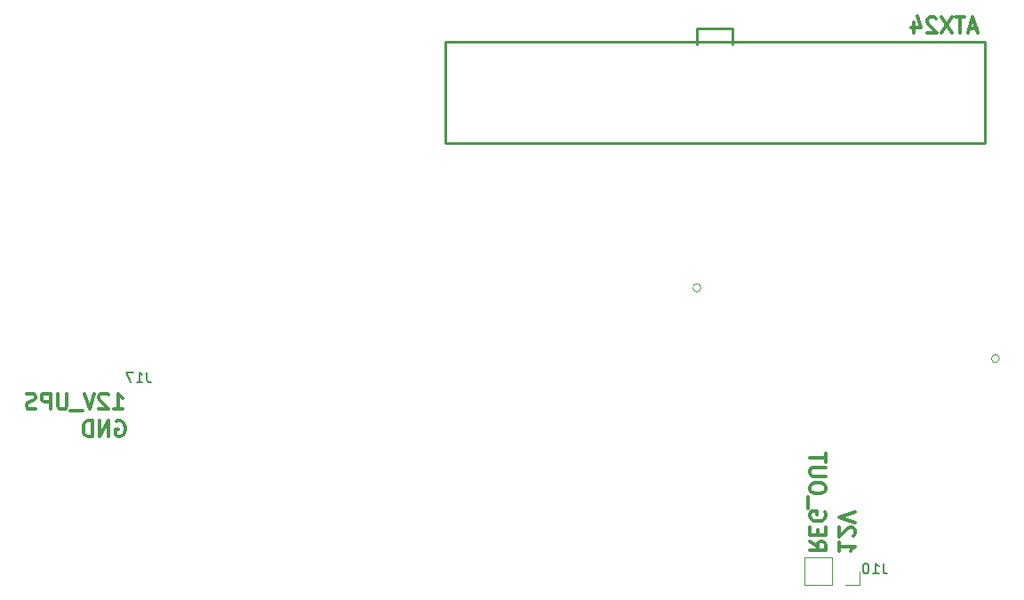
<source format=gbo>
G04 #@! TF.GenerationSoftware,KiCad,Pcbnew,(5.1.6-0-10_14)*
G04 #@! TF.CreationDate,2021-12-06T16:22:22+09:00*
G04 #@! TF.ProjectId,qPCR-main,71504352-2d6d-4616-996e-2e6b69636164,rev?*
G04 #@! TF.SameCoordinates,Original*
G04 #@! TF.FileFunction,Legend,Bot*
G04 #@! TF.FilePolarity,Positive*
%FSLAX46Y46*%
G04 Gerber Fmt 4.6, Leading zero omitted, Abs format (unit mm)*
G04 Created by KiCad (PCBNEW (5.1.6-0-10_14)) date 2021-12-06 16:22:22*
%MOMM*%
%LPD*%
G01*
G04 APERTURE LIST*
%ADD10C,0.375000*%
%ADD11C,0.120000*%
%ADD12C,0.254000*%
%ADD13C,0.150000*%
G04 APERTURE END LIST*
D10*
X173401428Y-37390000D02*
X172687142Y-37390000D01*
X173544285Y-37818571D02*
X173044285Y-36318571D01*
X172544285Y-37818571D01*
X172258571Y-36318571D02*
X171401428Y-36318571D01*
X171830000Y-37818571D02*
X171830000Y-36318571D01*
X171044285Y-36318571D02*
X170044285Y-37818571D01*
X170044285Y-36318571D02*
X171044285Y-37818571D01*
X169544285Y-36461428D02*
X169472857Y-36390000D01*
X169330000Y-36318571D01*
X168972857Y-36318571D01*
X168830000Y-36390000D01*
X168758571Y-36461428D01*
X168687142Y-36604285D01*
X168687142Y-36747142D01*
X168758571Y-36961428D01*
X169615714Y-37818571D01*
X168687142Y-37818571D01*
X167401428Y-36818571D02*
X167401428Y-37818571D01*
X167758571Y-36247142D02*
X168115714Y-37318571D01*
X167187142Y-37318571D01*
X160321428Y-86328571D02*
X160321428Y-87185714D01*
X160321428Y-86757142D02*
X161821428Y-86757142D01*
X161607142Y-86900000D01*
X161464285Y-87042857D01*
X161392857Y-87185714D01*
X161678571Y-85757142D02*
X161750000Y-85685714D01*
X161821428Y-85542857D01*
X161821428Y-85185714D01*
X161750000Y-85042857D01*
X161678571Y-84971428D01*
X161535714Y-84900000D01*
X161392857Y-84900000D01*
X161178571Y-84971428D01*
X160321428Y-85828571D01*
X160321428Y-84900000D01*
X161821428Y-84471428D02*
X160321428Y-83971428D01*
X161821428Y-83471428D01*
X91442857Y-74850000D02*
X91585714Y-74778571D01*
X91800000Y-74778571D01*
X92014285Y-74850000D01*
X92157142Y-74992857D01*
X92228571Y-75135714D01*
X92300000Y-75421428D01*
X92300000Y-75635714D01*
X92228571Y-75921428D01*
X92157142Y-76064285D01*
X92014285Y-76207142D01*
X91800000Y-76278571D01*
X91657142Y-76278571D01*
X91442857Y-76207142D01*
X91371428Y-76135714D01*
X91371428Y-75635714D01*
X91657142Y-75635714D01*
X90728571Y-76278571D02*
X90728571Y-74778571D01*
X89871428Y-76278571D01*
X89871428Y-74778571D01*
X89157142Y-76278571D02*
X89157142Y-74778571D01*
X88800000Y-74778571D01*
X88585714Y-74850000D01*
X88442857Y-74992857D01*
X88371428Y-75135714D01*
X88300000Y-75421428D01*
X88300000Y-75635714D01*
X88371428Y-75921428D01*
X88442857Y-76064285D01*
X88585714Y-76207142D01*
X88800000Y-76278571D01*
X89157142Y-76278571D01*
X91250000Y-73678571D02*
X92107142Y-73678571D01*
X91678571Y-73678571D02*
X91678571Y-72178571D01*
X91821428Y-72392857D01*
X91964285Y-72535714D01*
X92107142Y-72607142D01*
X90678571Y-72321428D02*
X90607142Y-72250000D01*
X90464285Y-72178571D01*
X90107142Y-72178571D01*
X89964285Y-72250000D01*
X89892857Y-72321428D01*
X89821428Y-72464285D01*
X89821428Y-72607142D01*
X89892857Y-72821428D01*
X90750000Y-73678571D01*
X89821428Y-73678571D01*
X89392857Y-72178571D02*
X88892857Y-73678571D01*
X88392857Y-72178571D01*
X88250000Y-73821428D02*
X87107142Y-73821428D01*
X86750000Y-72178571D02*
X86750000Y-73392857D01*
X86678571Y-73535714D01*
X86607142Y-73607142D01*
X86464285Y-73678571D01*
X86178571Y-73678571D01*
X86035714Y-73607142D01*
X85964285Y-73535714D01*
X85892857Y-73392857D01*
X85892857Y-72178571D01*
X85178571Y-73678571D02*
X85178571Y-72178571D01*
X84607142Y-72178571D01*
X84464285Y-72250000D01*
X84392857Y-72321428D01*
X84321428Y-72464285D01*
X84321428Y-72678571D01*
X84392857Y-72821428D01*
X84464285Y-72892857D01*
X84607142Y-72964285D01*
X85178571Y-72964285D01*
X83750000Y-73607142D02*
X83535714Y-73678571D01*
X83178571Y-73678571D01*
X83035714Y-73607142D01*
X82964285Y-73535714D01*
X82892857Y-73392857D01*
X82892857Y-73250000D01*
X82964285Y-73107142D01*
X83035714Y-73035714D01*
X83178571Y-72964285D01*
X83464285Y-72892857D01*
X83607142Y-72821428D01*
X83678571Y-72750000D01*
X83750000Y-72607142D01*
X83750000Y-72464285D01*
X83678571Y-72321428D01*
X83607142Y-72250000D01*
X83464285Y-72178571D01*
X83107142Y-72178571D01*
X82892857Y-72250000D01*
X157521428Y-86278571D02*
X158235714Y-86778571D01*
X157521428Y-87135714D02*
X159021428Y-87135714D01*
X159021428Y-86564285D01*
X158950000Y-86421428D01*
X158878571Y-86350000D01*
X158735714Y-86278571D01*
X158521428Y-86278571D01*
X158378571Y-86350000D01*
X158307142Y-86421428D01*
X158235714Y-86564285D01*
X158235714Y-87135714D01*
X158307142Y-85635714D02*
X158307142Y-85135714D01*
X157521428Y-84921428D02*
X157521428Y-85635714D01*
X159021428Y-85635714D01*
X159021428Y-84921428D01*
X158950000Y-83492857D02*
X159021428Y-83635714D01*
X159021428Y-83850000D01*
X158950000Y-84064285D01*
X158807142Y-84207142D01*
X158664285Y-84278571D01*
X158378571Y-84350000D01*
X158164285Y-84350000D01*
X157878571Y-84278571D01*
X157735714Y-84207142D01*
X157592857Y-84064285D01*
X157521428Y-83850000D01*
X157521428Y-83707142D01*
X157592857Y-83492857D01*
X157664285Y-83421428D01*
X158164285Y-83421428D01*
X158164285Y-83707142D01*
X157378571Y-83135714D02*
X157378571Y-81992857D01*
X159021428Y-81350000D02*
X159021428Y-81064285D01*
X158950000Y-80921428D01*
X158807142Y-80778571D01*
X158521428Y-80707142D01*
X158021428Y-80707142D01*
X157735714Y-80778571D01*
X157592857Y-80921428D01*
X157521428Y-81064285D01*
X157521428Y-81350000D01*
X157592857Y-81492857D01*
X157735714Y-81635714D01*
X158021428Y-81707142D01*
X158521428Y-81707142D01*
X158807142Y-81635714D01*
X158950000Y-81492857D01*
X159021428Y-81350000D01*
X159021428Y-80064285D02*
X157807142Y-80064285D01*
X157664285Y-79992857D01*
X157592857Y-79921428D01*
X157521428Y-79778571D01*
X157521428Y-79492857D01*
X157592857Y-79350000D01*
X157664285Y-79278571D01*
X157807142Y-79207142D01*
X159021428Y-79207142D01*
X159021428Y-78707142D02*
X159021428Y-77850000D01*
X157521428Y-78278571D02*
X159021428Y-78278571D01*
D11*
X162230000Y-90430000D02*
X162230000Y-89100000D01*
X160900000Y-90430000D02*
X162230000Y-90430000D01*
X159630000Y-90430000D02*
X159630000Y-87770000D01*
X159630000Y-87770000D02*
X157030000Y-87770000D01*
X159630000Y-90430000D02*
X157030000Y-90430000D01*
X157030000Y-90430000D02*
X157030000Y-87770000D01*
X175571000Y-68850501D02*
G75*
G03*
X175571000Y-68850501I-381000J0D01*
G01*
X147141501Y-62110000D02*
G75*
G03*
X147141501Y-62110000I-381000J0D01*
G01*
D12*
X174180000Y-38696400D02*
X122780000Y-38696400D01*
X122780000Y-38696400D02*
X122780000Y-48296400D01*
X122780000Y-48296400D02*
X174180000Y-48296400D01*
X174180000Y-48296400D02*
X174180000Y-38696400D01*
X150180000Y-37396400D02*
X146780000Y-37396400D01*
X150180000Y-37396400D02*
X150180000Y-38896400D01*
X146780000Y-37396400D02*
X146780000Y-38896400D01*
D13*
X164509523Y-88352380D02*
X164509523Y-89066666D01*
X164557142Y-89209523D01*
X164652380Y-89304761D01*
X164795238Y-89352380D01*
X164890476Y-89352380D01*
X163509523Y-89352380D02*
X164080952Y-89352380D01*
X163795238Y-89352380D02*
X163795238Y-88352380D01*
X163890476Y-88495238D01*
X163985714Y-88590476D01*
X164080952Y-88638095D01*
X162890476Y-88352380D02*
X162795238Y-88352380D01*
X162700000Y-88400000D01*
X162652380Y-88447619D01*
X162604761Y-88542857D01*
X162557142Y-88733333D01*
X162557142Y-88971428D01*
X162604761Y-89161904D01*
X162652380Y-89257142D01*
X162700000Y-89304761D01*
X162795238Y-89352380D01*
X162890476Y-89352380D01*
X162985714Y-89304761D01*
X163033333Y-89257142D01*
X163080952Y-89161904D01*
X163128571Y-88971428D01*
X163128571Y-88733333D01*
X163080952Y-88542857D01*
X163033333Y-88447619D01*
X162985714Y-88400000D01*
X162890476Y-88352380D01*
X94389523Y-70142380D02*
X94389523Y-70856666D01*
X94437142Y-70999523D01*
X94532380Y-71094761D01*
X94675238Y-71142380D01*
X94770476Y-71142380D01*
X93389523Y-71142380D02*
X93960952Y-71142380D01*
X93675238Y-71142380D02*
X93675238Y-70142380D01*
X93770476Y-70285238D01*
X93865714Y-70380476D01*
X93960952Y-70428095D01*
X93056190Y-70142380D02*
X92389523Y-70142380D01*
X92818095Y-71142380D01*
M02*

</source>
